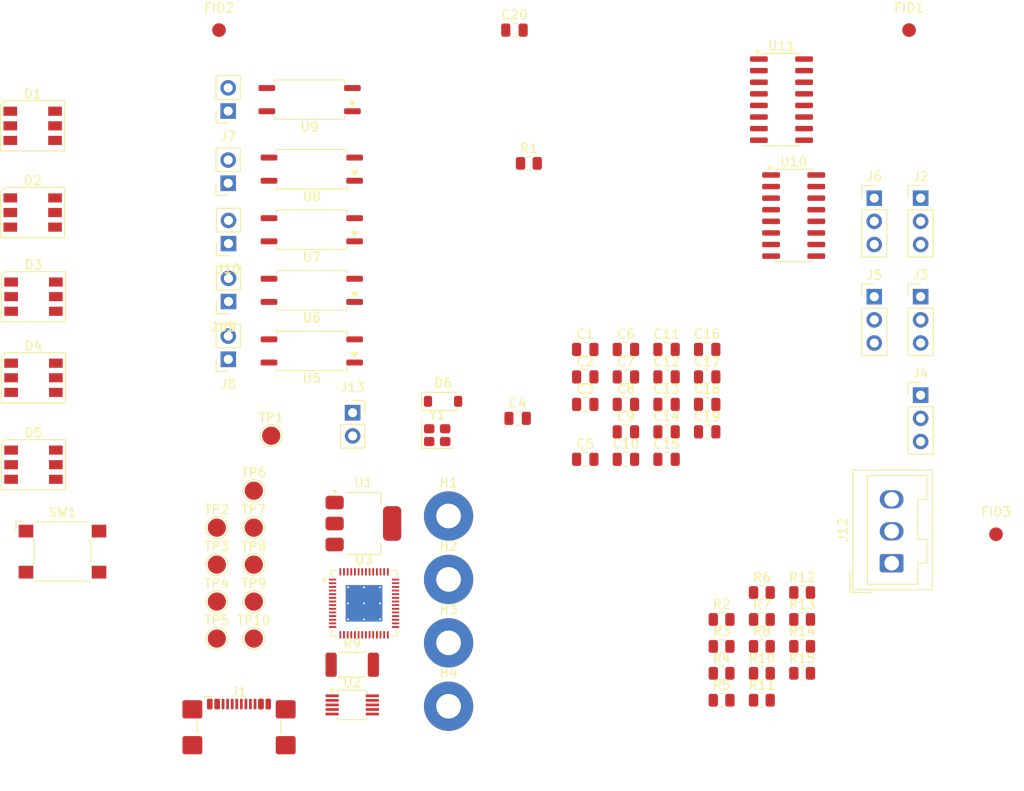
<source format=kicad_pcb>
(kicad_pcb
	(version 20241229)
	(generator "pcbnew")
	(generator_version "9.0")
	(general
		(thickness 1.6)
		(legacy_teardrops no)
	)
	(paper "A4")
	(layers
		(0 "F.Cu" signal)
		(2 "B.Cu" signal)
		(9 "F.Adhes" user "F.Adhesive")
		(11 "B.Adhes" user "B.Adhesive")
		(13 "F.Paste" user)
		(15 "B.Paste" user)
		(5 "F.SilkS" user "F.Silkscreen")
		(7 "B.SilkS" user "B.Silkscreen")
		(1 "F.Mask" user)
		(3 "B.Mask" user)
		(17 "Dwgs.User" user "User.Drawings")
		(19 "Cmts.User" user "User.Comments")
		(21 "Eco1.User" user "User.Eco1")
		(23 "Eco2.User" user "User.Eco2")
		(25 "Edge.Cuts" user)
		(27 "Margin" user)
		(31 "F.CrtYd" user "F.Courtyard")
		(29 "B.CrtYd" user "B.Courtyard")
		(35 "F.Fab" user)
		(33 "B.Fab" user)
		(39 "User.1" user)
		(41 "User.2" user)
		(43 "User.3" user)
		(45 "User.4" user)
	)
	(setup
		(pad_to_mask_clearance 0)
		(allow_soldermask_bridges_in_footprints no)
		(tenting front back)
		(pcbplotparams
			(layerselection 0x00000000_00000000_55555555_5755f5ff)
			(plot_on_all_layers_selection 0x00000000_00000000_00000000_00000000)
			(disableapertmacros no)
			(usegerberextensions no)
			(usegerberattributes yes)
			(usegerberadvancedattributes yes)
			(creategerberjobfile yes)
			(dashed_line_dash_ratio 12.000000)
			(dashed_line_gap_ratio 3.000000)
			(svgprecision 4)
			(plotframeref no)
			(mode 1)
			(useauxorigin no)
			(hpglpennumber 1)
			(hpglpenspeed 20)
			(hpglpendiameter 15.000000)
			(pdf_front_fp_property_popups yes)
			(pdf_back_fp_property_popups yes)
			(pdf_metadata yes)
			(pdf_single_document no)
			(dxfpolygonmode yes)
			(dxfimperialunits yes)
			(dxfusepcbnewfont yes)
			(psnegative no)
			(psa4output no)
			(plot_black_and_white yes)
			(sketchpadsonfab no)
			(plotpadnumbers no)
			(hidednponfab no)
			(sketchdnponfab yes)
			(crossoutdnponfab yes)
			(subtractmaskfromsilk no)
			(outputformat 1)
			(mirror no)
			(drillshape 1)
			(scaleselection 1)
			(outputdirectory "")
		)
	)
	(net 0 "")
	(net 1 "GND")
	(net 2 "+3.3V")
	(net 3 "Net-(U3-XTAL_P)")
	(net 4 "Net-(U3-XTAL_N)")
	(net 5 "+5V")
	(net 6 "Net-(D1-DIN)")
	(net 7 "Net-(D1-DOUT)")
	(net 8 "Net-(D2-DOUT)")
	(net 9 "Net-(D3-DOUT)")
	(net 10 "Net-(D4-DOUT)")
	(net 11 "unconnected-(D5-DOUT-Pad2)")
	(net 12 "Net-(D6-A)")
	(net 13 "Net-(J1-D--PadA7)")
	(net 14 "Net-(J1-CC2)")
	(net 15 "unconnected-(J1-SBU1-PadA8)")
	(net 16 "unconnected-(J1-SBU2-PadB8)")
	(net 17 "Net-(J1-CC1)")
	(net 18 "Net-(J1-D+-PadA6)")
	(net 19 "RX4")
	(net 20 "TX4")
	(net 21 "TX3")
	(net 22 "RX3")
	(net 23 "RX2")
	(net 24 "TX2")
	(net 25 "TX1")
	(net 26 "RX1")
	(net 27 "TX0")
	(net 28 "RX0")
	(net 29 "EN0.0")
	(net 30 "EN0.1")
	(net 31 "EN1.1")
	(net 32 "EN1.0")
	(net 33 "EN2.1")
	(net 34 "EN2.0")
	(net 35 "EN3.1")
	(net 36 "EN3.0")
	(net 37 "EN4.0")
	(net 38 "EN4.1")
	(net 39 "POWER_RAIL_IN")
	(net 40 "POWER_RAIL_OUT")
	(net 41 "Net-(R1-Pad1)")
	(net 42 "EN0")
	(net 43 "EN1")
	(net 44 "Net-(R2-Pad1)")
	(net 45 "Net-(R3-Pad1)")
	(net 46 "EN2")
	(net 47 "Net-(R4-Pad1)")
	(net 48 "EN3")
	(net 49 "Net-(R5-Pad1)")
	(net 50 "EN4")
	(net 51 "RGB")
	(net 52 "TX")
	(net 53 "RX")
	(net 54 "DM")
	(net 55 "DP")
	(net 56 "Net-(U3-GPIO0)")
	(net 57 "Net-(U3-CHIP_PU)")
	(net 58 "Net-(U3-LNA_IN)")
	(net 59 "Net-(U3-GPIO6)")
	(net 60 "Net-(U3-GPIO7)")
	(net 61 "Net-(U3-GPIO14)")
	(net 62 "Net-(U3-GPIO17)")
	(net 63 "Net-(U3-GPIO18)")
	(net 64 "unconnected-(U2-A1-Pad1)")
	(net 65 "unconnected-(U2-~{Alert}-Pad3)")
	(net 66 "unconnected-(U2-A0-Pad2)")
	(net 67 "SDA")
	(net 68 "SCL")
	(net 69 "unconnected-(U3-SPICLK_N-Pad36)")
	(net 70 "unconnected-(U3-SPIWP-Pad31)")
	(net 71 "unconnected-(U3-MTCK-Pad44)")
	(net 72 "unconnected-(U3-MTMS-Pad48)")
	(net 73 "unconnected-(U3-GPIO46-Pad52)")
	(net 74 "unconnected-(U3-SPIQ-Pad34)")
	(net 75 "A2")
	(net 76 "unconnected-(U3-GPIO38-Pad43)")
	(net 77 "unconnected-(U3-SPICLK-Pad33)")
	(net 78 "unconnected-(U3-GPIO21-Pad27)")
	(net 79 "unconnected-(U3-GPIO33-Pad38)")
	(net 80 "unconnected-(U3-GPIO35-Pad40)")
	(net 81 "unconnected-(U3-SPIHD-Pad30)")
	(net 82 "unconnected-(U3-GPIO37-Pad42)")
	(net 83 "unconnected-(U3-GPIO45-Pad51)")
	(net 84 "unconnected-(U3-MTDO-Pad45)")
	(net 85 "unconnected-(U3-GPIO36-Pad41)")
	(net 86 "unconnected-(U3-VDD_SPI-Pad29)")
	(net 87 "unconnected-(U3-SPICLK_P-Pad37)")
	(net 88 "unconnected-(U3-GPIO34-Pad39)")
	(net 89 "unconnected-(U3-SPICS0-Pad32)")
	(net 90 "A0")
	(net 91 "unconnected-(U3-XTAL_32K_P-Pad21)")
	(net 92 "A1")
	(net 93 "unconnected-(U3-MTDI-Pad47)")
	(net 94 "unconnected-(U3-SPICS1-Pad28)")
	(net 95 "unconnected-(U3-SPID-Pad35)")
	(net 96 "unconnected-(U3-XTAL_32K_N-Pad22)")
	(net 97 "unconnected-(U10-A6-Pad2)")
	(net 98 "unconnected-(U10-A7-Pad4)")
	(net 99 "unconnected-(U10-A5-Pad5)")
	(net 100 "unconnected-(U11-A6-Pad2)")
	(net 101 "unconnected-(U11-A5-Pad5)")
	(net 102 "unconnected-(U11-A7-Pad4)")
	(footprint "LED_SMD:LED_WS2812_PLCC6_5.0x5.0mm_P1.6mm" (layer "F.Cu") (at 86.36 68.58))
	(footprint "TestPoint:TestPoint_Pad_D2.0mm" (layer "F.Cu") (at 110.49 89.845))
	(footprint "Package_SO:SOIC-16_3.9x9.9mm_P1.27mm" (layer "F.Cu") (at 169.61 59.69))
	(footprint "Diode_SMD:D_SOD-123" (layer "F.Cu") (at 131.215 80.055))
	(footprint "Resistor_SMD:R_0805_2012Metric" (layer "F.Cu") (at 166.1275 112.805))
	(footprint "Capacitor_SMD:C_0805_2012Metric" (layer "F.Cu") (at 155.6875 86.405))
	(footprint "TestPoint:TestPoint_Pad_D2.0mm" (layer "F.Cu") (at 106.44 101.995))
	(footprint "Crystal:Crystal_SMD_2520-4Pin_2.5x2.0mm" (layer "F.Cu") (at 130.57 83.755))
	(footprint "TestPoint:TestPoint_Pad_D2.0mm" (layer "F.Cu") (at 110.49 106.045))
	(footprint "Capacitor_SMD:C_0805_2012Metric" (layer "F.Cu") (at 160.1375 83.395))
	(footprint "Resistor_SMD:R_0805_2012Metric" (layer "F.Cu") (at 170.5375 109.855))
	(footprint "Capacitor_SMD:C_0805_2012Metric" (layer "F.Cu") (at 146.7875 86.405))
	(footprint "TestPoint:TestPoint_Pad_D2.0mm" (layer "F.Cu") (at 110.49 97.945))
	(footprint "Resistor_SMD:R_0805_2012Metric" (layer "F.Cu") (at 166.1275 103.955))
	(footprint "MountingHole:MountingHole_2.7mm_M2.5_Pad" (layer "F.Cu") (at 131.8175 99.565))
	(footprint "MountingHole:MountingHole_2.7mm_M2.5_Pad" (layer "F.Cu") (at 131.8175 113.465))
	(footprint "Fiducial:Fiducial_1.5mm_Mask3mm" (layer "F.Cu") (at 191.77 94.615))
	(footprint "Capacitor_SMD:C_0805_2012Metric" (layer "F.Cu") (at 160.1375 77.375))
	(footprint "Connector_PinHeader_2.54mm:PinHeader_1x03_P2.54mm_Vertical" (layer "F.Cu") (at 178.435 68.58))
	(footprint "Package_SO:SOIC-16_3.9x9.9mm_P1.27mm" (layer "F.Cu") (at 168.275 46.99))
	(footprint "TestPoint:TestPoint_Pad_D2.0mm" (layer "F.Cu") (at 106.44 97.945))
	(footprint "Capacitor_SMD:C_0805_2012Metric" (layer "F.Cu") (at 146.7875 80.385))
	(footprint "Package_DFN_QFN:QFN-56-1EP_7x7mm_P0.4mm_EP4x4mm_ThermalVias" (layer "F.Cu") (at 122.5625 102.185))
	(footprint "Connector_PinSocket_2.54mm:PinSocket_1x02_P2.54mm_Vertical" (layer "F.Cu") (at 107.6825 48.24 180))
	(footprint "TestPoint:TestPoint_Pad_D2.0mm" (layer "F.Cu") (at 112.395 83.82))
	(footprint "Capacitor_SMD:C_0805_2012Metric" (layer "F.Cu") (at 139.38 81.915))
	(footprint "Button_Switch_SMD:SW_SPST_Omron_B3FS-100xP" (layer "F.Cu") (at 89.535 96.52))
	(footprint "Package_SO:SOP-4_7.5x4.1mm_P2.54mm" (layer "F.Cu") (at 116.84 67.89 180))
	(footprint "Package_SO:SOP-4_7.5x4.1mm_P2.54mm" (layer "F.Cu") (at 116.84 54.61 180))
	(footprint "Capacitor_SMD:C_0805_2012Metric" (layer "F.Cu") (at 151.2375 77.375))
	(footprint "Package_SO:SOP-4_7.5x4.1mm_P2.54mm" (layer "F.Cu") (at 116.84 61.25 180))
	(footprint "Resistor_SMD:R_0805_2012Metric" (layer "F.Cu") (at 170.5375 106.905))
	(footprint "Connector_PinHeader_2.54mm:PinHeader_1x03_P2.54mm_Vertical" (layer "F.Cu") (at 183.515 68.58))
	(footprint "Resistor_SMD:R_0805_2012Metric" (layer "F.Cu") (at 166.1275 109.855))
	(footprint "Connector_PinSocket_2.54mm:PinSocket_1x02_P2.54mm_Vertical" (layer "F.Cu") (at 107.6925 75.445 180))
	(footprint "TestPoint:TestPoint_Pad_D2.0mm" (layer "F.Cu") (at 110.49 93.895))
	(footprint "Connector_USB:USB_C_Receptacle_GCT_USB4110" (layer "F.Cu") (at 108.87 116.905))
	(footprint "Capacitor_SMD:C_0805_2012Metric" (layer "F.Cu") (at 151.2375 86.405))
	(footprint "LED_SMD:LED_WS2812_PLCC6_5.0x5.0mm_P1.6mm"
		(layer "F.Cu")
		(uuid "6f1659a2-8885-4980-b328-fb35d5301b80")
		(at 86.27 59.36)
		(descr "https://cdn-shop.adafruit.com/datasheets/WS2812.pdf")
		(tags "LED RGB NeoPixel")
		(property "Reference" "D2"
			(at 0 -3.5 0)
			(layer "F.SilkS")
			(uuid "2befe748-0506-40c4-a622-d8b07743916b")
			(effects
				(font
					(size 1 1)
					(thickness 0.15)
				)
			)
		)
		(property "Value" "WS2812B"
			(at 0 4 0)
			(layer "F.Fab")
			(uuid "f8232b9e-e077-4d53-931c-36e6ca84389f")
			(effects
				(font
					(size 1 1)
					(thickness 0.15)
				)
			)
		)
		(property "Datasheet" "https://cdn-shop.adafruit.com/datasheets/WS2812B.pdf"
			(at 0 0 0)
			(unlocked yes)
			(layer "F.Fab")
			(hide yes)
			(uuid "55bdf717-5ca2-42c3-86bc-92e2bc88b450")
			(effects
				(font
					(size 1.27 1.27)
					(thickness 0.15)
				)
			)
		)
		(property "Description" "RGB LED with integrated controller"
			(at 0 0 0)
			(unlocked yes)
			(layer "F.Fab")
			(hide yes)
			(uuid "7a777ecf-3870-4fe4-a9ec-cf7a7dc077ae")
			(effects
				(font
					(size 1.27 1.27)
					(thickness 0.15)
				)
			)
		)
		(property ki_fp_filters "LED*WS2812*PLCC*5.0x5.0mm*P3.2mm*")
		(path "/83c62aa2-7e56-4c76-9d56-461cbc825c19")
		(sheetname "/")
		(sheetfile "watch-watchkicad_pro.kicad_sch")
		(attr smd)
		(fp_line
			(start -3.5 -2.3)
			(end -3.5 2.75)
			(stroke
				(width 0.12)
				(type default)
			)
			(layer "F.SilkS")
			(uuid "da8bcff1-7fac-4a5b-a22b-ba9249ca19b7")
		)
		(fp_line
			(start -3.05 -2.75)
			(end -3.5 -2.3)
			(stroke
				(width 0.12)
				(type default)
			)
			(layer "F.SilkS")
			(uuid "1a811e55-4235-4037-b03e-3dfdcc06cc77")
		)
		(fp_line
			(start 3.5 -2.75)
			(end -3.05 -2.75)
			(stroke
				(width 0.12)
				(type solid)
			)
			(layer "F.SilkS")
			(uuid "eaff8a2d-4c3b-4cb8-b131-8734d393f7a0")
		)
		(fp_line
			(start 3.5 2.75)
			(end -3.5 2.75)
			(stroke
				(width 0.12)
				(type solid)
			)
			(layer "F.SilkS")
			(uuid "b7b5ce0e-cd60-445d-afbe-a6f2de8e0554")
		)
		(fp_line
			(start 3.5 2.75)
			(end 3.5 -2.75)
			(stroke
				(width 0.12)
				(type default)
			)
			(layer "F.SilkS")
			(uuid "e39d98ed-d617-417a-bbdc-0d3e5025a98d")
		)
		(fp_line
			(start -
... [191074 chars truncated]
</source>
